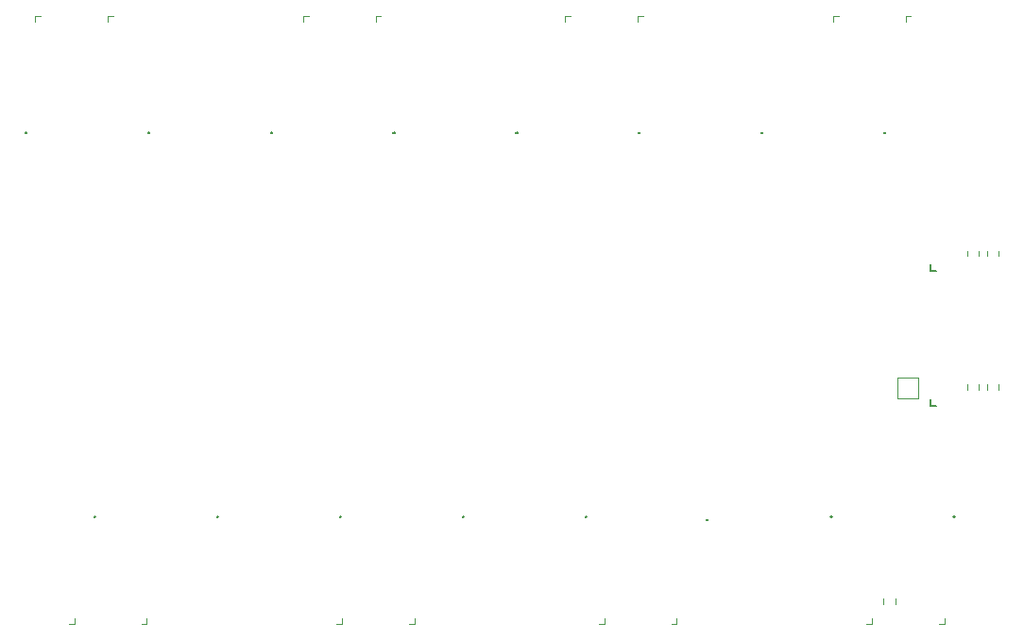
<source format=gbr>
%TF.GenerationSoftware,KiCad,Pcbnew,(5.99.0-11174-ge2a2c3282a)*%
%TF.CreationDate,2021-07-05T22:54:39+02:00*%
%TF.ProjectId,flatlight_rev20_LEDSIDE,666c6174-6c69-4676-9874-5f7265763230,rev?*%
%TF.SameCoordinates,Original*%
%TF.FileFunction,Legend,Top*%
%TF.FilePolarity,Positive*%
%FSLAX46Y46*%
G04 Gerber Fmt 4.6, Leading zero omitted, Abs format (unit mm)*
G04 Created by KiCad (PCBNEW (5.99.0-11174-ge2a2c3282a)) date 2021-07-05 22:54:39*
%MOMM*%
%LPD*%
G01*
G04 APERTURE LIST*
%ADD10C,0.150000*%
%ADD11C,0.120000*%
G04 APERTURE END LIST*
D10*
%TO.C,D27*%
X180350000Y-115107142D02*
X180397619Y-115154761D01*
X180350000Y-115202380D01*
X180302380Y-115154761D01*
X180350000Y-115107142D01*
X180350000Y-115202380D01*
%TO.C,D29*%
X202350000Y-115107142D02*
X202397619Y-115154761D01*
X202350000Y-115202380D01*
X202302380Y-115154761D01*
X202350000Y-115107142D01*
X202350000Y-115202380D01*
%TO.C,D33*%
X246350000Y-115107142D02*
X246397619Y-115154761D01*
X246350000Y-115202380D01*
X246302380Y-115154761D01*
X246350000Y-115107142D01*
X246350000Y-115202380D01*
%TO.C,D24*%
X174150000Y-80707142D02*
X174197619Y-80754761D01*
X174150000Y-80802380D01*
X174102380Y-80754761D01*
X174150000Y-80707142D01*
X174150000Y-80802380D01*
%TO.C,D31*%
X224250000Y-115407142D02*
X224297619Y-115454761D01*
X224250000Y-115502380D01*
X224202380Y-115454761D01*
X224250000Y-115407142D01*
X224250000Y-115502380D01*
%TO.C,D20*%
X218150000Y-80707142D02*
X218197619Y-80754761D01*
X218150000Y-80802380D01*
X218102380Y-80754761D01*
X218150000Y-80707142D01*
X218150000Y-80802380D01*
%TO.C,D28*%
X191350000Y-115107142D02*
X191397619Y-115154761D01*
X191350000Y-115202380D01*
X191302380Y-115154761D01*
X191350000Y-115107142D01*
X191350000Y-115202380D01*
%TO.C,D22*%
X196150000Y-80707142D02*
X196197619Y-80754761D01*
X196150000Y-80802380D01*
X196102380Y-80754761D01*
X196150000Y-80707142D01*
X196150000Y-80802380D01*
%TO.C,D23*%
X185150000Y-80707142D02*
X185197619Y-80754761D01*
X185150000Y-80802380D01*
X185102380Y-80754761D01*
X185150000Y-80707142D01*
X185150000Y-80802380D01*
%TO.C,D25*%
X163150000Y-80707142D02*
X163197619Y-80754761D01*
X163150000Y-80802380D01*
X163102380Y-80754761D01*
X163150000Y-80707142D01*
X163150000Y-80802380D01*
%TO.C,D3*%
X229150000Y-80707142D02*
X229197619Y-80754761D01*
X229150000Y-80802380D01*
X229102380Y-80754761D01*
X229150000Y-80707142D01*
X229150000Y-80802380D01*
%TO.C,D21*%
X207150000Y-80707142D02*
X207197619Y-80754761D01*
X207150000Y-80802380D01*
X207102380Y-80754761D01*
X207150000Y-80707142D01*
X207150000Y-80802380D01*
%TO.C,D32*%
X235350000Y-115107142D02*
X235397619Y-115154761D01*
X235350000Y-115202380D01*
X235302380Y-115154761D01*
X235350000Y-115107142D01*
X235350000Y-115202380D01*
%TO.C,D2*%
X240150000Y-80707142D02*
X240197619Y-80754761D01*
X240150000Y-80802380D01*
X240102380Y-80754761D01*
X240150000Y-80707142D01*
X240150000Y-80802380D01*
%TO.C,D30*%
X213350000Y-115107142D02*
X213397619Y-115154761D01*
X213350000Y-115202380D01*
X213302380Y-115154761D01*
X213350000Y-115107142D01*
X213350000Y-115202380D01*
%TO.C,D26*%
X169350000Y-115107142D02*
X169397619Y-115154761D01*
X169350000Y-115202380D01*
X169302380Y-115154761D01*
X169350000Y-115107142D01*
X169350000Y-115202380D01*
%TO.C,Q2*%
X244201504Y-92549888D02*
X244201504Y-93149888D01*
X244201504Y-93149888D02*
X244750000Y-93149888D01*
D11*
%TO.C,R12*%
X248572500Y-91312742D02*
X248572500Y-91787258D01*
X247527500Y-91312742D02*
X247527500Y-91787258D01*
%TO.C,D4*%
X174000000Y-124800000D02*
X174000000Y-124300000D01*
X173500000Y-124800000D02*
X174000000Y-124800000D01*
%TO.C,TP5*%
X243150000Y-104550000D02*
X241250000Y-104550000D01*
X241250000Y-104550000D02*
X241250000Y-102650000D01*
X241250000Y-102650000D02*
X243150000Y-102650000D01*
X243150000Y-102650000D02*
X243150000Y-104550000D01*
%TO.C,D10*%
X167500000Y-124800000D02*
X167500000Y-124300000D01*
X167000000Y-124800000D02*
X167500000Y-124800000D01*
%TO.C,D7*%
X242000000Y-70300000D02*
X242000000Y-70800000D01*
X242500000Y-70300000D02*
X242000000Y-70300000D01*
%TO.C,R11*%
X249327500Y-91787258D02*
X249327500Y-91312742D01*
X250372500Y-91787258D02*
X250372500Y-91312742D01*
%TO.C,D8*%
X218000000Y-70300000D02*
X218000000Y-70800000D01*
X218500000Y-70300000D02*
X218000000Y-70300000D01*
%TO.C,D17*%
X236000000Y-70250000D02*
X235500000Y-70250000D01*
X235500000Y-70250000D02*
X235500000Y-70750000D01*
%TO.C,D15*%
X221500000Y-124800000D02*
X221500000Y-124300000D01*
X221000000Y-124800000D02*
X221500000Y-124800000D01*
%TO.C,D18*%
X171000000Y-70300000D02*
X170500000Y-70300000D01*
X170500000Y-70300000D02*
X170500000Y-70800000D01*
%TO.C,D9*%
X238500000Y-124800000D02*
X239000000Y-124800000D01*
X239000000Y-124800000D02*
X239000000Y-124300000D01*
%TO.C,D13*%
X197500000Y-124800000D02*
X198000000Y-124800000D01*
X198000000Y-124800000D02*
X198000000Y-124300000D01*
%TO.C,D11*%
X191000000Y-124800000D02*
X191500000Y-124800000D01*
X191500000Y-124800000D02*
X191500000Y-124300000D01*
%TO.C,D14*%
X164500000Y-70300000D02*
X164000000Y-70300000D01*
X164000000Y-70300000D02*
X164000000Y-70800000D01*
%TO.C,D16*%
X211500000Y-70300000D02*
X211500000Y-70800000D01*
X212000000Y-70300000D02*
X211500000Y-70300000D01*
%TO.C,R15*%
X249327500Y-103312742D02*
X249327500Y-103787258D01*
X250372500Y-103312742D02*
X250372500Y-103787258D01*
%TO.C,D5*%
X245500000Y-124800000D02*
X245500000Y-124300000D01*
X245000000Y-124800000D02*
X245500000Y-124800000D01*
%TO.C,R14*%
X241072500Y-122512742D02*
X241072500Y-122987258D01*
X240027500Y-122512742D02*
X240027500Y-122987258D01*
%TO.C,R16*%
X247527500Y-103312742D02*
X247527500Y-103787258D01*
X248572500Y-103312742D02*
X248572500Y-103787258D01*
%TO.C,D6*%
X188500000Y-70300000D02*
X188000000Y-70300000D01*
X188000000Y-70300000D02*
X188000000Y-70800000D01*
%TO.C,D12*%
X194500000Y-70300000D02*
X194500000Y-70800000D01*
X195000000Y-70300000D02*
X194500000Y-70300000D01*
%TO.C,D19*%
X215000000Y-124800000D02*
X215000000Y-124300000D01*
X214500000Y-124800000D02*
X215000000Y-124800000D01*
D10*
%TO.C,Q3*%
X244201504Y-104599888D02*
X244201504Y-105199888D01*
X244201504Y-105199888D02*
X244750000Y-105199888D01*
%TD*%
M02*

</source>
